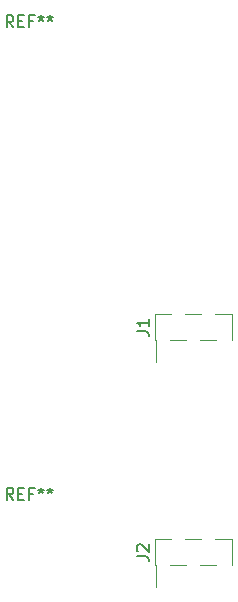
<source format=gbr>
G04 #@! TF.GenerationSoftware,KiCad,Pcbnew,8.0.6*
G04 #@! TF.CreationDate,2024-11-16T10:55:05+01:00*
G04 #@! TF.ProjectId,MCUPCB,4d435550-4342-42e6-9b69-6361645f7063,rev?*
G04 #@! TF.SameCoordinates,Original*
G04 #@! TF.FileFunction,Legend,Top*
G04 #@! TF.FilePolarity,Positive*
%FSLAX46Y46*%
G04 Gerber Fmt 4.6, Leading zero omitted, Abs format (unit mm)*
G04 Created by KiCad (PCBNEW 8.0.6) date 2024-11-16 10:55:05*
%MOMM*%
%LPD*%
G01*
G04 APERTURE LIST*
%ADD10C,0.150000*%
%ADD11C,0.120000*%
G04 APERTURE END LIST*
D10*
X109544866Y-71804819D02*
X109211533Y-71328628D01*
X108973438Y-71804819D02*
X108973438Y-70804819D01*
X108973438Y-70804819D02*
X109354390Y-70804819D01*
X109354390Y-70804819D02*
X109449628Y-70852438D01*
X109449628Y-70852438D02*
X109497247Y-70900057D01*
X109497247Y-70900057D02*
X109544866Y-70995295D01*
X109544866Y-70995295D02*
X109544866Y-71138152D01*
X109544866Y-71138152D02*
X109497247Y-71233390D01*
X109497247Y-71233390D02*
X109449628Y-71281009D01*
X109449628Y-71281009D02*
X109354390Y-71328628D01*
X109354390Y-71328628D02*
X108973438Y-71328628D01*
X109973438Y-71281009D02*
X110306771Y-71281009D01*
X110449628Y-71804819D02*
X109973438Y-71804819D01*
X109973438Y-71804819D02*
X109973438Y-70804819D01*
X109973438Y-70804819D02*
X110449628Y-70804819D01*
X111211533Y-71281009D02*
X110878200Y-71281009D01*
X110878200Y-71804819D02*
X110878200Y-70804819D01*
X110878200Y-70804819D02*
X111354390Y-70804819D01*
X111878200Y-70804819D02*
X111878200Y-71042914D01*
X111640105Y-70947676D02*
X111878200Y-71042914D01*
X111878200Y-71042914D02*
X112116295Y-70947676D01*
X111735343Y-71233390D02*
X111878200Y-71042914D01*
X111878200Y-71042914D02*
X112021057Y-71233390D01*
X112640105Y-70804819D02*
X112640105Y-71042914D01*
X112402010Y-70947676D02*
X112640105Y-71042914D01*
X112640105Y-71042914D02*
X112878200Y-70947676D01*
X112497248Y-71233390D02*
X112640105Y-71042914D01*
X112640105Y-71042914D02*
X112782962Y-71233390D01*
X120010019Y-116583333D02*
X120724304Y-116583333D01*
X120724304Y-116583333D02*
X120867161Y-116630952D01*
X120867161Y-116630952D02*
X120962400Y-116726190D01*
X120962400Y-116726190D02*
X121010019Y-116869047D01*
X121010019Y-116869047D02*
X121010019Y-116964285D01*
X120105257Y-116154761D02*
X120057638Y-116107142D01*
X120057638Y-116107142D02*
X120010019Y-116011904D01*
X120010019Y-116011904D02*
X120010019Y-115773809D01*
X120010019Y-115773809D02*
X120057638Y-115678571D01*
X120057638Y-115678571D02*
X120105257Y-115630952D01*
X120105257Y-115630952D02*
X120200495Y-115583333D01*
X120200495Y-115583333D02*
X120295733Y-115583333D01*
X120295733Y-115583333D02*
X120438590Y-115630952D01*
X120438590Y-115630952D02*
X121010019Y-116202380D01*
X121010019Y-116202380D02*
X121010019Y-115583333D01*
X120010019Y-97533333D02*
X120724304Y-97533333D01*
X120724304Y-97533333D02*
X120867161Y-97580952D01*
X120867161Y-97580952D02*
X120962400Y-97676190D01*
X120962400Y-97676190D02*
X121010019Y-97819047D01*
X121010019Y-97819047D02*
X121010019Y-97914285D01*
X121010019Y-96533333D02*
X121010019Y-97104761D01*
X121010019Y-96819047D02*
X120010019Y-96819047D01*
X120010019Y-96819047D02*
X120152876Y-96914285D01*
X120152876Y-96914285D02*
X120248114Y-97009523D01*
X120248114Y-97009523D02*
X120295733Y-97104761D01*
X109544866Y-111804819D02*
X109211533Y-111328628D01*
X108973438Y-111804819D02*
X108973438Y-110804819D01*
X108973438Y-110804819D02*
X109354390Y-110804819D01*
X109354390Y-110804819D02*
X109449628Y-110852438D01*
X109449628Y-110852438D02*
X109497247Y-110900057D01*
X109497247Y-110900057D02*
X109544866Y-110995295D01*
X109544866Y-110995295D02*
X109544866Y-111138152D01*
X109544866Y-111138152D02*
X109497247Y-111233390D01*
X109497247Y-111233390D02*
X109449628Y-111281009D01*
X109449628Y-111281009D02*
X109354390Y-111328628D01*
X109354390Y-111328628D02*
X108973438Y-111328628D01*
X109973438Y-111281009D02*
X110306771Y-111281009D01*
X110449628Y-111804819D02*
X109973438Y-111804819D01*
X109973438Y-111804819D02*
X109973438Y-110804819D01*
X109973438Y-110804819D02*
X110449628Y-110804819D01*
X111211533Y-111281009D02*
X110878200Y-111281009D01*
X110878200Y-111804819D02*
X110878200Y-110804819D01*
X110878200Y-110804819D02*
X111354390Y-110804819D01*
X111878200Y-110804819D02*
X111878200Y-111042914D01*
X111640105Y-110947676D02*
X111878200Y-111042914D01*
X111878200Y-111042914D02*
X112116295Y-110947676D01*
X111735343Y-111233390D02*
X111878200Y-111042914D01*
X111878200Y-111042914D02*
X112021057Y-111233390D01*
X112640105Y-110804819D02*
X112640105Y-111042914D01*
X112402010Y-110947676D02*
X112640105Y-111042914D01*
X112640105Y-111042914D02*
X112878200Y-110947676D01*
X112497248Y-111233390D02*
X112640105Y-111042914D01*
X112640105Y-111042914D02*
X112782962Y-111233390D01*
D11*
G04 #@! TO.C,J2*
X121555200Y-117360000D02*
X121555200Y-115140000D01*
X121555200Y-117360000D02*
X121665200Y-117360000D01*
X121565200Y-115140000D02*
X122935200Y-115140000D01*
X121665200Y-117360000D02*
X121665200Y-119190000D01*
X122835200Y-117360000D02*
X124205200Y-117360000D01*
X124105200Y-115140000D02*
X125475200Y-115140000D01*
X125375200Y-117360000D02*
X126745200Y-117360000D01*
X126645200Y-115140000D02*
X128015200Y-115140000D01*
X127915200Y-115140000D02*
X128025200Y-115140000D01*
X128025200Y-117360000D02*
X128025200Y-115140000D01*
G04 #@! TO.C,J1*
X121555200Y-98310000D02*
X121555200Y-96090000D01*
X121555200Y-98310000D02*
X121665200Y-98310000D01*
X121565200Y-96090000D02*
X122935200Y-96090000D01*
X121665200Y-98310000D02*
X121665200Y-100140000D01*
X122835200Y-98310000D02*
X124205200Y-98310000D01*
X124105200Y-96090000D02*
X125475200Y-96090000D01*
X125375200Y-98310000D02*
X126745200Y-98310000D01*
X126645200Y-96090000D02*
X128015200Y-96090000D01*
X127915200Y-96090000D02*
X128025200Y-96090000D01*
X128025200Y-98310000D02*
X128025200Y-96090000D01*
G04 #@! TD*
M02*

</source>
